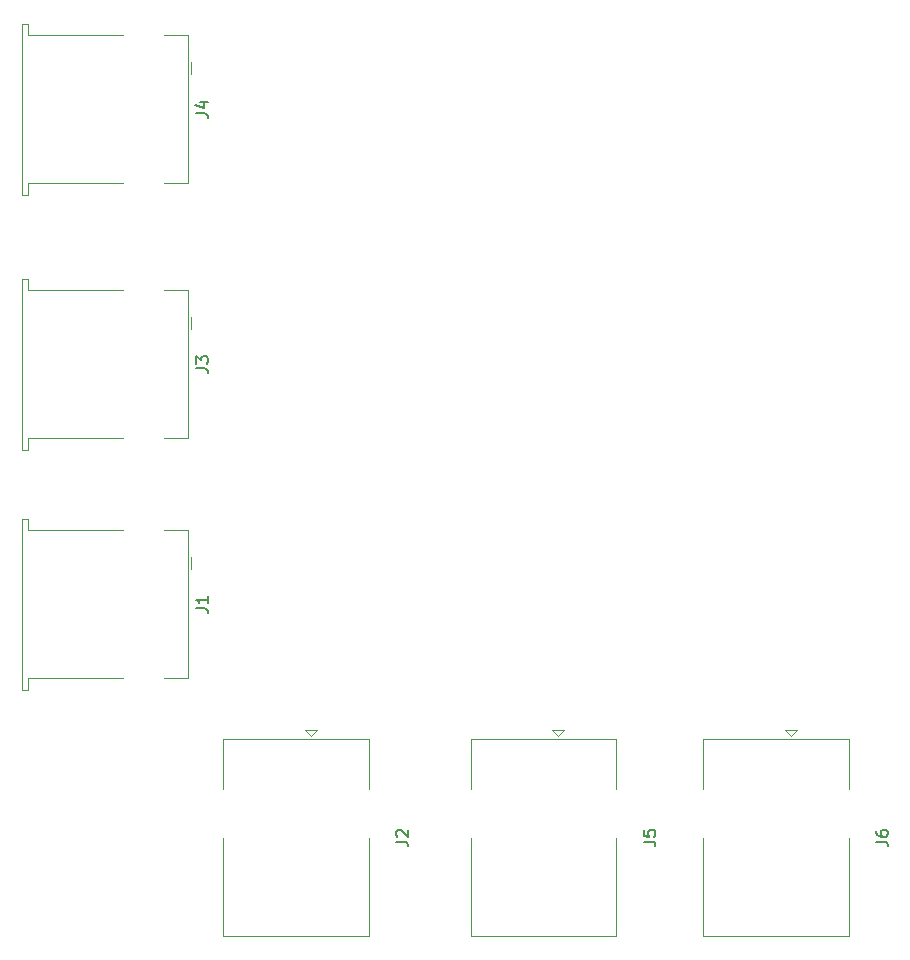
<source format=gbr>
G04 #@! TF.GenerationSoftware,KiCad,Pcbnew,(5.1.4)-1*
G04 #@! TF.CreationDate,2020-11-19T13:50:43+07:00*
G04 #@! TF.ProjectId,serial,73657269-616c-42e6-9b69-6361645f7063,rev?*
G04 #@! TF.SameCoordinates,Original*
G04 #@! TF.FileFunction,Legend,Top*
G04 #@! TF.FilePolarity,Positive*
%FSLAX46Y46*%
G04 Gerber Fmt 4.6, Leading zero omitted, Abs format (unit mm)*
G04 Created by KiCad (PCBNEW (5.1.4)-1) date 2020-11-19 13:50:43*
%MOMM*%
%LPD*%
G04 APERTURE LIST*
%ADD10C,0.120000*%
%ADD11C,0.150000*%
G04 APERTURE END LIST*
D10*
X76825000Y-73160000D02*
X76825000Y-74160000D01*
X63075000Y-69910000D02*
X62575000Y-69910000D01*
X63075000Y-70910000D02*
X63075000Y-69910000D01*
X71075000Y-70910000D02*
X63075000Y-70910000D01*
X76575000Y-70910000D02*
X74575000Y-70910000D01*
X76575000Y-83410000D02*
X76575000Y-70910000D01*
X74575000Y-83410000D02*
X76575000Y-83410000D01*
X63075000Y-83410000D02*
X71075000Y-83410000D01*
X63075000Y-84410000D02*
X63075000Y-83410000D01*
X62575000Y-84410000D02*
X63075000Y-84410000D01*
X62575000Y-69910000D02*
X62575000Y-84410000D01*
X91905000Y-92830000D02*
X91905000Y-88570000D01*
X91905000Y-88570000D02*
X79585000Y-88570000D01*
X79585000Y-88570000D02*
X79585000Y-92830000D01*
X91905000Y-96930000D02*
X91905000Y-105290000D01*
X91905000Y-105290000D02*
X79585000Y-105290000D01*
X79585000Y-105290000D02*
X79585000Y-96930000D01*
X86995000Y-88350000D02*
X87495000Y-87850000D01*
X87495000Y-87850000D02*
X86495000Y-87850000D01*
X86495000Y-87850000D02*
X86995000Y-88350000D01*
X62575000Y-49590000D02*
X62575000Y-64090000D01*
X62575000Y-64090000D02*
X63075000Y-64090000D01*
X63075000Y-64090000D02*
X63075000Y-63090000D01*
X63075000Y-63090000D02*
X71075000Y-63090000D01*
X74575000Y-63090000D02*
X76575000Y-63090000D01*
X76575000Y-63090000D02*
X76575000Y-50590000D01*
X76575000Y-50590000D02*
X74575000Y-50590000D01*
X71075000Y-50590000D02*
X63075000Y-50590000D01*
X63075000Y-50590000D02*
X63075000Y-49590000D01*
X63075000Y-49590000D02*
X62575000Y-49590000D01*
X76825000Y-52840000D02*
X76825000Y-53840000D01*
X76825000Y-31250000D02*
X76825000Y-32250000D01*
X63075000Y-28000000D02*
X62575000Y-28000000D01*
X63075000Y-29000000D02*
X63075000Y-28000000D01*
X71075000Y-29000000D02*
X63075000Y-29000000D01*
X76575000Y-29000000D02*
X74575000Y-29000000D01*
X76575000Y-41500000D02*
X76575000Y-29000000D01*
X74575000Y-41500000D02*
X76575000Y-41500000D01*
X63075000Y-41500000D02*
X71075000Y-41500000D01*
X63075000Y-42500000D02*
X63075000Y-41500000D01*
X62575000Y-42500000D02*
X63075000Y-42500000D01*
X62575000Y-28000000D02*
X62575000Y-42500000D01*
X107450000Y-87850000D02*
X107950000Y-88350000D01*
X108450000Y-87850000D02*
X107450000Y-87850000D01*
X107950000Y-88350000D02*
X108450000Y-87850000D01*
X100540000Y-105290000D02*
X100540000Y-96930000D01*
X112860000Y-105290000D02*
X100540000Y-105290000D01*
X112860000Y-96930000D02*
X112860000Y-105290000D01*
X100540000Y-88570000D02*
X100540000Y-92830000D01*
X112860000Y-88570000D02*
X100540000Y-88570000D01*
X112860000Y-92830000D02*
X112860000Y-88570000D01*
X132545000Y-92830000D02*
X132545000Y-88570000D01*
X132545000Y-88570000D02*
X120225000Y-88570000D01*
X120225000Y-88570000D02*
X120225000Y-92830000D01*
X132545000Y-96930000D02*
X132545000Y-105290000D01*
X132545000Y-105290000D02*
X120225000Y-105290000D01*
X120225000Y-105290000D02*
X120225000Y-96930000D01*
X127635000Y-88350000D02*
X128135000Y-87850000D01*
X128135000Y-87850000D02*
X127135000Y-87850000D01*
X127135000Y-87850000D02*
X127635000Y-88350000D01*
D11*
X77277380Y-77493333D02*
X77991666Y-77493333D01*
X78134523Y-77540952D01*
X78229761Y-77636190D01*
X78277380Y-77779047D01*
X78277380Y-77874285D01*
X78277380Y-76493333D02*
X78277380Y-77064761D01*
X78277380Y-76779047D02*
X77277380Y-76779047D01*
X77420238Y-76874285D01*
X77515476Y-76969523D01*
X77563095Y-77064761D01*
X94217380Y-97263333D02*
X94931666Y-97263333D01*
X95074523Y-97310952D01*
X95169761Y-97406190D01*
X95217380Y-97549047D01*
X95217380Y-97644285D01*
X94312619Y-96834761D02*
X94265000Y-96787142D01*
X94217380Y-96691904D01*
X94217380Y-96453809D01*
X94265000Y-96358571D01*
X94312619Y-96310952D01*
X94407857Y-96263333D01*
X94503095Y-96263333D01*
X94645952Y-96310952D01*
X95217380Y-96882380D01*
X95217380Y-96263333D01*
X77277380Y-57173333D02*
X77991666Y-57173333D01*
X78134523Y-57220952D01*
X78229761Y-57316190D01*
X78277380Y-57459047D01*
X78277380Y-57554285D01*
X77277380Y-56792380D02*
X77277380Y-56173333D01*
X77658333Y-56506666D01*
X77658333Y-56363809D01*
X77705952Y-56268571D01*
X77753571Y-56220952D01*
X77848809Y-56173333D01*
X78086904Y-56173333D01*
X78182142Y-56220952D01*
X78229761Y-56268571D01*
X78277380Y-56363809D01*
X78277380Y-56649523D01*
X78229761Y-56744761D01*
X78182142Y-56792380D01*
X77277380Y-35583333D02*
X77991666Y-35583333D01*
X78134523Y-35630952D01*
X78229761Y-35726190D01*
X78277380Y-35869047D01*
X78277380Y-35964285D01*
X77610714Y-34678571D02*
X78277380Y-34678571D01*
X77229761Y-34916666D02*
X77944047Y-35154761D01*
X77944047Y-34535714D01*
X115172380Y-97263333D02*
X115886666Y-97263333D01*
X116029523Y-97310952D01*
X116124761Y-97406190D01*
X116172380Y-97549047D01*
X116172380Y-97644285D01*
X115172380Y-96310952D02*
X115172380Y-96787142D01*
X115648571Y-96834761D01*
X115600952Y-96787142D01*
X115553333Y-96691904D01*
X115553333Y-96453809D01*
X115600952Y-96358571D01*
X115648571Y-96310952D01*
X115743809Y-96263333D01*
X115981904Y-96263333D01*
X116077142Y-96310952D01*
X116124761Y-96358571D01*
X116172380Y-96453809D01*
X116172380Y-96691904D01*
X116124761Y-96787142D01*
X116077142Y-96834761D01*
X134857380Y-97263333D02*
X135571666Y-97263333D01*
X135714523Y-97310952D01*
X135809761Y-97406190D01*
X135857380Y-97549047D01*
X135857380Y-97644285D01*
X134857380Y-96358571D02*
X134857380Y-96549047D01*
X134905000Y-96644285D01*
X134952619Y-96691904D01*
X135095476Y-96787142D01*
X135285952Y-96834761D01*
X135666904Y-96834761D01*
X135762142Y-96787142D01*
X135809761Y-96739523D01*
X135857380Y-96644285D01*
X135857380Y-96453809D01*
X135809761Y-96358571D01*
X135762142Y-96310952D01*
X135666904Y-96263333D01*
X135428809Y-96263333D01*
X135333571Y-96310952D01*
X135285952Y-96358571D01*
X135238333Y-96453809D01*
X135238333Y-96644285D01*
X135285952Y-96739523D01*
X135333571Y-96787142D01*
X135428809Y-96834761D01*
M02*

</source>
